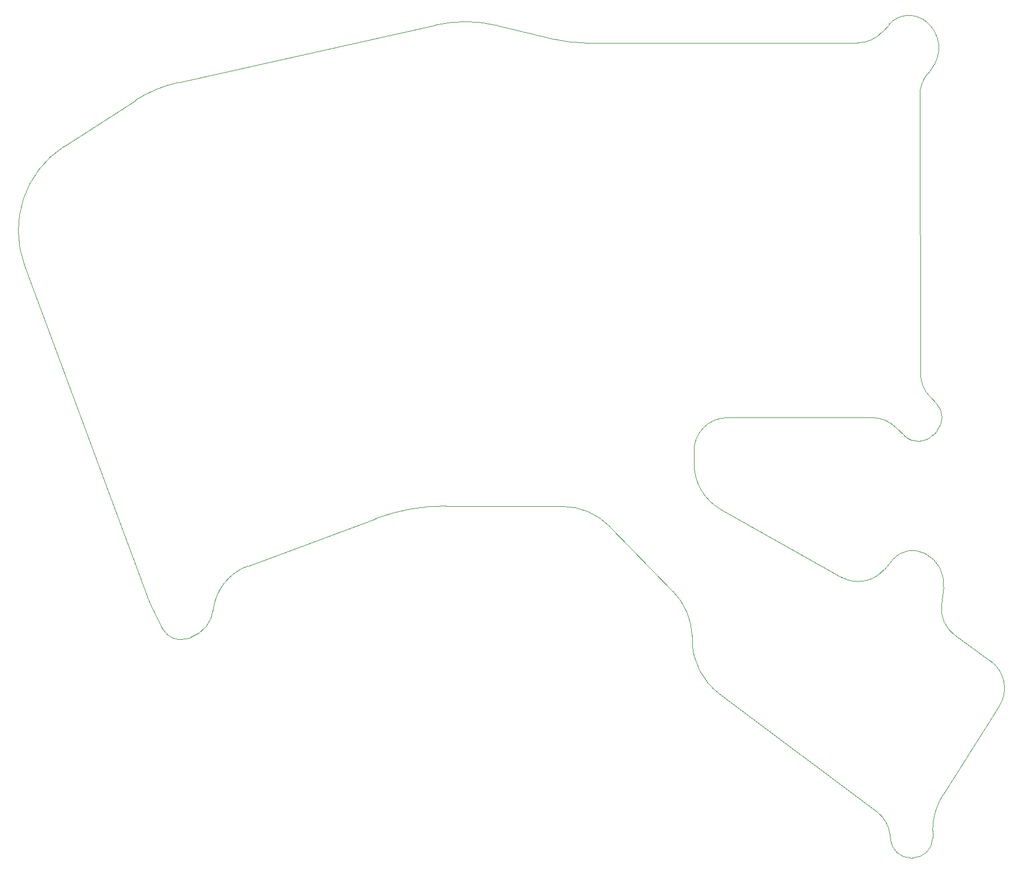
<source format=gbr>
%TF.GenerationSoftware,KiCad,Pcbnew,7.0.2*%
%TF.CreationDate,2023-06-04T21:47:56+09:00*%
%TF.ProjectId,architeuthis_dux,61726368-6974-4657-9574-6869735f6475,v1.0.0*%
%TF.SameCoordinates,Original*%
%TF.FileFunction,Profile,NP*%
%FSLAX46Y46*%
G04 Gerber Fmt 4.6, Leading zero omitted, Abs format (unit mm)*
G04 Created by KiCad (PCBNEW 7.0.2) date 2023-06-04 21:47:56*
%MOMM*%
%LPD*%
G01*
G04 APERTURE LIST*
%TA.AperFunction,Profile*%
%ADD10C,0.050000*%
%TD*%
G04 APERTURE END LIST*
D10*
X259190374Y-88499401D02*
G75*
G03*
X260577586Y-91945539I4999926J10401D01*
G01*
X261637636Y-97069295D02*
G75*
G03*
X261575409Y-92988451I-2229836J2006895D01*
G01*
X256764315Y-97809093D02*
G75*
G03*
X261094014Y-97673315I2099785J2142693D01*
G01*
X255458120Y-96528913D02*
G75*
G03*
X251958455Y-95100000I-3499620J-3571087D01*
G01*
X261575410Y-92988450D02*
X260577585Y-91945540D01*
X261094015Y-97673316D02*
X261637635Y-97069294D01*
X255458098Y-96528936D02*
X256764347Y-97809060D01*
X230300000Y-95100000D02*
G75*
G03*
X225300000Y-100100000I0J-5000000D01*
G01*
X230300000Y-95100000D02*
X251958455Y-95100000D01*
X148188282Y-44921480D02*
G75*
G03*
X141697253Y-47638483I4356418J-19519820D01*
G01*
X153390847Y-123873225D02*
X153397947Y-123816421D01*
X260805285Y-42911896D02*
X260230581Y-43615615D01*
X188250165Y-108320200D02*
G75*
G03*
X177691008Y-110198132I-111165J-29999700D01*
G01*
X131106481Y-54475563D02*
X141697253Y-47638483D01*
X270976641Y-138276813D02*
X262556333Y-151547219D01*
X259793391Y-115396695D02*
X259881637Y-115440818D01*
X261000000Y-156904876D02*
X261000000Y-158000000D01*
X222189111Y-121117300D02*
X212728764Y-111406347D01*
X158550041Y-117309583D02*
G75*
G03*
X153397948Y-123816421I2786059J-7499117D01*
G01*
X252660145Y-154095108D02*
X229044998Y-136383749D01*
X249761313Y-39000009D02*
G75*
G03*
X253491001Y-37330079I-13J5000009D01*
G01*
X150010599Y-127996478D02*
G75*
G03*
X153390846Y-123873225I-1581099J4743378D01*
G01*
X205602913Y-108384455D02*
X188250165Y-108320186D01*
X254631667Y-157562444D02*
G75*
G03*
X252660145Y-154095108I-4971567J-532656D01*
G01*
X149452115Y-128182628D02*
X150010596Y-127996468D01*
X195819401Y-36392933D02*
G75*
G03*
X186761964Y-36312782I-4701101J-19439767D01*
G01*
X259793415Y-115396647D02*
G75*
G03*
X254967510Y-116371238I-1788815J-3577853D01*
G01*
X262614988Y-120465111D02*
X262322143Y-123100715D01*
X260230595Y-43615626D02*
G75*
G03*
X259103250Y-46787379I3872605J-3162674D01*
G01*
X131106484Y-54475568D02*
G75*
G03*
X125173868Y-72282201I8135616J-12602132D01*
G01*
X195819402Y-36392927D02*
X204282852Y-38439644D01*
X262615050Y-120465118D02*
G75*
G03*
X259881637Y-115440818I-4969450J552118D01*
G01*
X264365396Y-127707199D02*
X269680974Y-131543659D01*
X225049878Y-128696097D02*
G75*
G03*
X229044998Y-136383749I9995022J312297D01*
G01*
X177691008Y-110198132D02*
X158550025Y-117309539D01*
X225300016Y-101912282D02*
G75*
G03*
X229389519Y-108891403I7999984J-18D01*
G01*
X212728779Y-111406332D02*
G75*
G03*
X205602913Y-108384455I-7162879J-6978068D01*
G01*
X254712814Y-158319600D02*
X254631690Y-157562442D01*
X258000000Y-161000000D02*
G75*
G03*
X261000000Y-158000000I0J3000000D01*
G01*
X144425429Y-123933908D02*
X145828976Y-126695727D01*
X208983942Y-39000000D02*
X249761313Y-39000000D01*
X225300000Y-100100000D02*
X225300000Y-101912282D01*
X270976657Y-138276823D02*
G75*
G03*
X269680974Y-131543659I-4221857J2678823D01*
G01*
X262556318Y-151547209D02*
G75*
G03*
X261000000Y-156904876I8443882J-5357691D01*
G01*
X254712773Y-158319604D02*
G75*
G03*
X257695742Y-161000000I2982927J319604D01*
G01*
X247425923Y-118997346D02*
G75*
G03*
X253666232Y-117889396I2444077J4361846D01*
G01*
X259958875Y-35767081D02*
G75*
G03*
X254476336Y-36226506I-2498775J-3123519D01*
G01*
X148188286Y-44921498D02*
X186761964Y-36312781D01*
X258000000Y-161000000D02*
X257695742Y-161000000D01*
X145828996Y-126695717D02*
G75*
G03*
X149452115Y-128182628I2674404J1359017D01*
G01*
X143497603Y-121812288D02*
G75*
G03*
X144425429Y-123933908I18757397J6939288D01*
G01*
X262322183Y-123100719D02*
G75*
G03*
X264365396Y-127707199I4969417J-552181D01*
G01*
X259958866Y-35767093D02*
X260056099Y-35844879D01*
X253491001Y-37330079D02*
X254476335Y-36226505D01*
X204282854Y-38439634D02*
G75*
G03*
X208983942Y-39000000I4701046J19438934D01*
G01*
X225049878Y-128696097D02*
X225021343Y-127782991D01*
X253666232Y-117889396D02*
X254967510Y-116371238D01*
X229389519Y-108891404D02*
X247425898Y-118997391D01*
X259103250Y-46787379D02*
X259190358Y-88499401D01*
X143497600Y-121812289D02*
X125173868Y-72282201D01*
X260805256Y-42911872D02*
G75*
G03*
X260056098Y-35844880I-3872656J3162672D01*
G01*
X225021320Y-127782992D02*
G75*
G03*
X222189110Y-121117301I-9995320J-312408D01*
G01*
M02*

</source>
